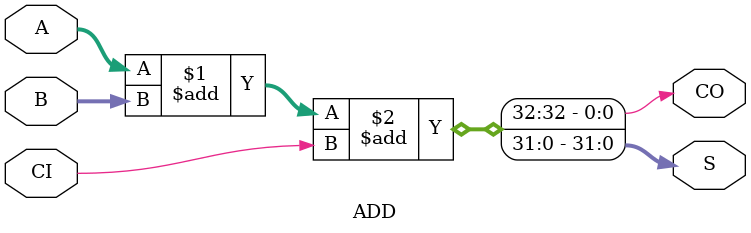
<source format=v>

module SUB_1 #(parameter N = 32)(
    input [N-1:0] A, B,
    output [N:0] D
);

    wire CO;

    assign D[N] = ~CO;

    ADD #(
        .N(N)
    )
    ADD_
    (
        .A(A),
        .B(~B),
        .CI(1'b1),
        .S(D[N-1:0]), 
        .CO(CO)
    );

endmodule
module ADD #(parameter N = 32)(
    input [N-1:0] A, B,
    input CI,
    output [N-1:0] S,
    output CO
);

    assign {CO, S} = A + B + CI;

endmodule
</source>
